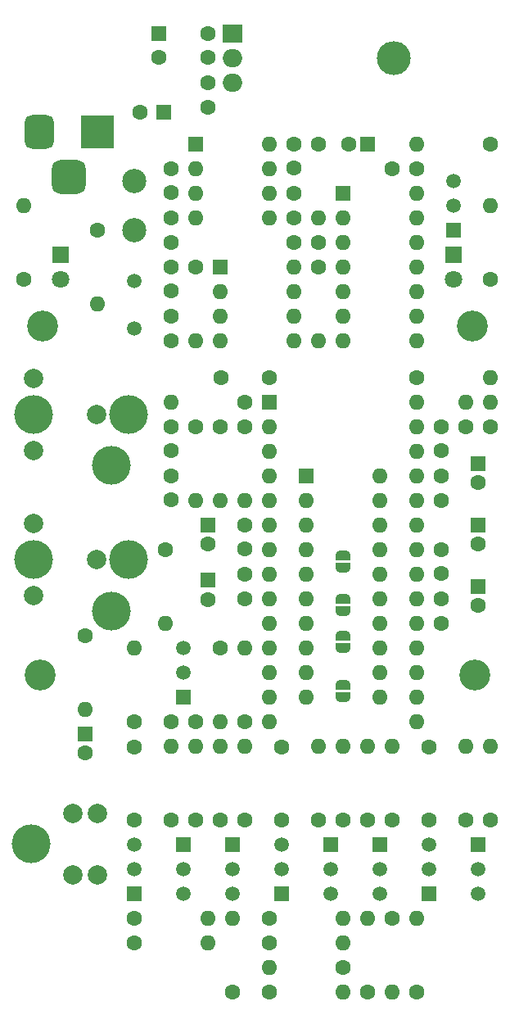
<source format=gbs>
%TF.GenerationSoftware,KiCad,Pcbnew,7.0.6*%
%TF.CreationDate,2024-09-28T11:05:18+02:00*%
%TF.ProjectId,Analog-Video-Comb-Filter,416e616c-6f67-42d5-9669-64656f2d436f,rev?*%
%TF.SameCoordinates,PX71d9820PY9157080*%
%TF.FileFunction,Soldermask,Bot*%
%TF.FilePolarity,Negative*%
%FSLAX46Y46*%
G04 Gerber Fmt 4.6, Leading zero omitted, Abs format (unit mm)*
G04 Created by KiCad (PCBNEW 7.0.6) date 2024-09-28 11:05:18*
%MOMM*%
%LPD*%
G01*
G04 APERTURE LIST*
G04 Aperture macros list*
%AMRoundRect*
0 Rectangle with rounded corners*
0 $1 Rounding radius*
0 $2 $3 $4 $5 $6 $7 $8 $9 X,Y pos of 4 corners*
0 Add a 4 corners polygon primitive as box body*
4,1,4,$2,$3,$4,$5,$6,$7,$8,$9,$2,$3,0*
0 Add four circle primitives for the rounded corners*
1,1,$1+$1,$2,$3*
1,1,$1+$1,$4,$5*
1,1,$1+$1,$6,$7*
1,1,$1+$1,$8,$9*
0 Add four rect primitives between the rounded corners*
20,1,$1+$1,$2,$3,$4,$5,0*
20,1,$1+$1,$4,$5,$6,$7,0*
20,1,$1+$1,$6,$7,$8,$9,0*
20,1,$1+$1,$8,$9,$2,$3,0*%
%AMFreePoly0*
4,1,19,0.500000,-0.750000,0.000000,-0.750000,0.000000,-0.744911,-0.071157,-0.744911,-0.207708,-0.704816,-0.327430,-0.627875,-0.420627,-0.520320,-0.479746,-0.390866,-0.500000,-0.250000,-0.500000,0.250000,-0.479746,0.390866,-0.420627,0.520320,-0.327430,0.627875,-0.207708,0.704816,-0.071157,0.744911,0.000000,0.744911,0.000000,0.750000,0.500000,0.750000,0.500000,-0.750000,0.500000,-0.750000,
$1*%
%AMFreePoly1*
4,1,19,0.000000,0.744911,0.071157,0.744911,0.207708,0.704816,0.327430,0.627875,0.420627,0.520320,0.479746,0.390866,0.500000,0.250000,0.500000,-0.250000,0.479746,-0.390866,0.420627,-0.520320,0.327430,-0.627875,0.207708,-0.704816,0.071157,-0.744911,0.000000,-0.744911,0.000000,-0.750000,-0.500000,-0.750000,-0.500000,0.750000,0.000000,0.750000,0.000000,0.744911,0.000000,0.744911,
$1*%
G04 Aperture macros list end*
%ADD10C,1.600000*%
%ADD11O,1.600000X1.600000*%
%ADD12R,1.600000X1.600000*%
%ADD13R,3.500000X3.500000*%
%ADD14RoundRect,0.750000X-0.750000X-1.000000X0.750000X-1.000000X0.750000X1.000000X-0.750000X1.000000X0*%
%ADD15RoundRect,0.875000X-0.875000X-0.875000X0.875000X-0.875000X0.875000X0.875000X-0.875000X0.875000X0*%
%ADD16C,2.500000*%
%ADD17R,1.500000X1.500000*%
%ADD18C,1.500000*%
%ADD19O,3.500000X3.500000*%
%ADD20R,2.000000X1.905000*%
%ADD21O,2.000000X1.905000*%
%ADD22C,2.000000*%
%ADD23C,4.000000*%
%ADD24C,3.200000*%
%ADD25FreePoly0,90.000000*%
%ADD26FreePoly1,90.000000*%
%ADD27R,1.800000X1.800000*%
%ADD28C,1.800000*%
G04 APERTURE END LIST*
D10*
%TO.C,R3*%
X25400000Y2540000D03*
D11*
X25400000Y10160000D03*
%TD*%
D10*
%TO.C,C7*%
X15240000Y27820000D03*
X15240000Y20320000D03*
%TD*%
D12*
%TO.C,U6*%
X33020000Y55880000D03*
D11*
X33020000Y53340000D03*
X33020000Y50800000D03*
X33020000Y48260000D03*
X33020000Y45720000D03*
X33020000Y43180000D03*
X33020000Y40640000D03*
X33020000Y38100000D03*
X33020000Y35560000D03*
X33020000Y33020000D03*
X40640000Y33020000D03*
X40640000Y35560000D03*
X40640000Y38100000D03*
X40640000Y40640000D03*
X40640000Y43180000D03*
X40640000Y45720000D03*
X40640000Y48260000D03*
X40640000Y50800000D03*
X40640000Y53340000D03*
X40640000Y55880000D03*
%TD*%
D12*
%TO.C,U4*%
X36830000Y85090000D03*
D11*
X36830000Y82550000D03*
X36830000Y80010000D03*
X36830000Y77470000D03*
X36830000Y74930000D03*
X36830000Y72390000D03*
X36830000Y69850000D03*
X44450000Y69850000D03*
X44450000Y72390000D03*
X44450000Y74930000D03*
X44450000Y77470000D03*
X44450000Y80010000D03*
X44450000Y82550000D03*
X44450000Y85090000D03*
%TD*%
D10*
%TO.C,R24*%
X15240000Y7620000D03*
D11*
X22860000Y7620000D03*
%TD*%
D10*
%TO.C,L1*%
X10160000Y39370000D03*
D11*
X10160000Y31750000D03*
%TD*%
D10*
%TO.C,R21*%
X19050000Y20320000D03*
D11*
X19050000Y27940000D03*
%TD*%
D10*
%TO.C,R6*%
X26670000Y20320000D03*
D11*
X26670000Y27940000D03*
%TD*%
D10*
%TO.C,C11*%
X31750000Y90170000D03*
X31750000Y87670000D03*
%TD*%
%TO.C,R1*%
X3810000Y76200000D03*
D11*
X3810000Y83820000D03*
%TD*%
D10*
%TO.C,R5*%
X39370000Y2540000D03*
D11*
X39370000Y10160000D03*
%TD*%
D10*
%TO.C,R19*%
X24130000Y38100000D03*
D11*
X24130000Y30480000D03*
%TD*%
D12*
%TO.C,U2*%
X29210000Y63500000D03*
D11*
X29210000Y60960000D03*
X29210000Y58420000D03*
X29210000Y55880000D03*
X29210000Y53340000D03*
X29210000Y50800000D03*
X29210000Y48260000D03*
X29210000Y45720000D03*
X29210000Y43180000D03*
X29210000Y40640000D03*
X29210000Y38100000D03*
X29210000Y35560000D03*
X29210000Y33020000D03*
X29210000Y30480000D03*
X44450000Y30480000D03*
X44450000Y33020000D03*
X44450000Y35560000D03*
X44450000Y38100000D03*
X44450000Y40640000D03*
X44450000Y43180000D03*
X44450000Y45720000D03*
X44450000Y48260000D03*
X44450000Y50800000D03*
X44450000Y53340000D03*
X44450000Y55880000D03*
X44450000Y58420000D03*
X44450000Y60960000D03*
X44450000Y63500000D03*
%TD*%
D10*
%TO.C,C9*%
X22860000Y93980000D03*
X22860000Y96480000D03*
%TD*%
%TO.C,C24*%
X31750000Y82550000D03*
X31750000Y85050000D03*
%TD*%
D12*
%TO.C,C5*%
X17780000Y101600000D03*
D10*
X17780000Y99100000D03*
%TD*%
%TO.C,C16*%
X19050000Y69850000D03*
X19050000Y72350000D03*
%TD*%
%TO.C,R4*%
X41910000Y20320000D03*
D11*
X41910000Y27940000D03*
%TD*%
D10*
%TO.C,R20*%
X15240000Y30480000D03*
D11*
X15240000Y38100000D03*
%TD*%
D10*
%TO.C,L6*%
X49530000Y60960000D03*
D11*
X49530000Y63500000D03*
%TD*%
D13*
%TO.C,J1*%
X11430000Y91440000D03*
D14*
X5430000Y91440000D03*
D15*
X8430000Y86740000D03*
%TD*%
D16*
%TO.C,C21*%
X15240000Y81280000D03*
X15240000Y86360000D03*
%TD*%
D10*
%TO.C,C18*%
X19050000Y80010000D03*
X19050000Y82510000D03*
%TD*%
%TO.C,C15*%
X29210000Y66040000D03*
X24210000Y66040000D03*
%TD*%
D17*
%TO.C,Q3*%
X45720000Y12700000D03*
D18*
X45720000Y15240000D03*
X45720000Y17780000D03*
%TD*%
D10*
%TO.C,R8*%
X49530000Y20320000D03*
D11*
X49530000Y27940000D03*
%TD*%
D10*
%TO.C,C23*%
X19050000Y85130000D03*
X19050000Y87630000D03*
%TD*%
D12*
%TO.C,C10*%
X39370000Y90170000D03*
D10*
X37370000Y90170000D03*
%TD*%
%TO.C,C3*%
X45720000Y27820000D03*
X45720000Y20320000D03*
%TD*%
D17*
%TO.C,Q2*%
X25400000Y17780000D03*
D18*
X25400000Y15240000D03*
X25400000Y12700000D03*
%TD*%
D10*
%TO.C,C33*%
X46990000Y60960000D03*
X46990000Y58460000D03*
%TD*%
D19*
%TO.C,U1*%
X42060000Y99060000D03*
D20*
X25400000Y101600000D03*
D21*
X25400000Y99060000D03*
X25400000Y96520000D03*
%TD*%
D10*
%TO.C,R9*%
X34290000Y20320000D03*
D11*
X34290000Y27940000D03*
%TD*%
D22*
%TO.C,J3*%
X4805000Y43485000D03*
X11305000Y47230000D03*
X4805000Y50975000D03*
D23*
X14605000Y47230000D03*
X4805000Y47230000D03*
X12805000Y41930000D03*
%TD*%
D17*
%TO.C,Q1*%
X40640000Y17780000D03*
D18*
X40640000Y15240000D03*
X40640000Y12700000D03*
%TD*%
D10*
%TO.C,R13*%
X44450000Y2540000D03*
D11*
X44450000Y10160000D03*
%TD*%
D10*
%TO.C,R27*%
X26670000Y63500000D03*
D11*
X19050000Y63500000D03*
%TD*%
D10*
%TO.C,C2*%
X19050000Y30480000D03*
X21550000Y30480000D03*
%TD*%
D18*
%TO.C,Y1*%
X15240000Y76000000D03*
X15240000Y71120000D03*
%TD*%
D10*
%TO.C,C26*%
X46990000Y48260000D03*
X46990000Y45760000D03*
%TD*%
D17*
%TO.C,Q5*%
X50800000Y17780000D03*
D18*
X50800000Y15240000D03*
X50800000Y12700000D03*
%TD*%
D17*
%TO.C,Q6*%
X35560000Y17780000D03*
D18*
X35560000Y15240000D03*
X35560000Y12700000D03*
%TD*%
D10*
%TO.C,L3*%
X24130000Y60960000D03*
D11*
X24130000Y53340000D03*
%TD*%
D10*
%TO.C,C25*%
X46990000Y40640000D03*
X46990000Y43140000D03*
%TD*%
D12*
%TO.C,U3*%
X24130000Y77470000D03*
D11*
X24130000Y74930000D03*
X24130000Y72390000D03*
X24130000Y69850000D03*
X31750000Y69850000D03*
X31750000Y72390000D03*
X31750000Y74930000D03*
X31750000Y77470000D03*
%TD*%
D10*
%TO.C,C19*%
X19050000Y77470000D03*
X19050000Y74970000D03*
%TD*%
%TO.C,R26*%
X26670000Y60960000D03*
D11*
X26670000Y53340000D03*
%TD*%
D17*
%TO.C,Q4*%
X30480000Y12700000D03*
D18*
X30480000Y15240000D03*
X30480000Y17780000D03*
%TD*%
D10*
%TO.C,R29*%
X34290000Y77470000D03*
D11*
X34290000Y69850000D03*
%TD*%
D10*
%TO.C,L4*%
X52070000Y60960000D03*
D11*
X52070000Y63500000D03*
%TD*%
D10*
%TO.C,C4*%
X30480000Y27820000D03*
X30480000Y20320000D03*
%TD*%
D17*
%TO.C,Q8*%
X15240000Y12700000D03*
D18*
X15240000Y15240000D03*
X15240000Y17780000D03*
%TD*%
D10*
%TO.C,R11*%
X29210000Y10160000D03*
D11*
X36830000Y10160000D03*
%TD*%
D10*
%TO.C,C27*%
X19050000Y53380000D03*
X19050000Y55880000D03*
%TD*%
%TO.C,R23*%
X21590000Y20320000D03*
D11*
X21590000Y27940000D03*
%TD*%
D12*
%TO.C,C1*%
X10160000Y29210000D03*
D10*
X10160000Y27210000D03*
%TD*%
D12*
%TO.C,C22*%
X50800000Y44450000D03*
D10*
X50800000Y42450000D03*
%TD*%
%TO.C,R15*%
X29210000Y7620000D03*
D11*
X36830000Y7620000D03*
%TD*%
D10*
%TO.C,R14*%
X36830000Y20320000D03*
D11*
X36830000Y27940000D03*
%TD*%
D10*
%TO.C,L2*%
X52070000Y90170000D03*
D11*
X44450000Y90170000D03*
%TD*%
D10*
%TO.C,R25*%
X24130000Y20320000D03*
D11*
X24130000Y27940000D03*
%TD*%
D10*
%TO.C,R22*%
X15240000Y10160000D03*
D11*
X22860000Y10160000D03*
%TD*%
D17*
%TO.C,Q7*%
X20320000Y33020000D03*
D18*
X20320000Y35560000D03*
X20320000Y38100000D03*
%TD*%
D22*
%TO.C,J2*%
X8890000Y14605000D03*
X8890000Y21005000D03*
X11430000Y14605000D03*
X11430000Y21005000D03*
D23*
X4590000Y17805000D03*
%TD*%
D10*
%TO.C,R18*%
X18415000Y48260000D03*
D11*
X18415000Y40640000D03*
%TD*%
D12*
%TO.C,U5*%
X21590000Y90170000D03*
D11*
X21590000Y87630000D03*
X21590000Y85090000D03*
X21590000Y82550000D03*
X29210000Y82550000D03*
X29210000Y85090000D03*
X29210000Y87630000D03*
X29210000Y90170000D03*
%TD*%
D10*
%TO.C,C13*%
X31750000Y80010000D03*
X34250000Y80010000D03*
%TD*%
%TO.C,R28*%
X21590000Y77470000D03*
D11*
X21590000Y69850000D03*
%TD*%
D10*
%TO.C,R31*%
X34290000Y90170000D03*
D11*
X34290000Y82550000D03*
%TD*%
D10*
%TO.C,R32*%
X52070000Y76200000D03*
D11*
X52070000Y83820000D03*
%TD*%
D12*
%TO.C,C32*%
X50800000Y57150000D03*
D10*
X50800000Y55150000D03*
%TD*%
D22*
%TO.C,J4*%
X4805000Y58485000D03*
X11305000Y62230000D03*
X4805000Y65975000D03*
D23*
X14605000Y62230000D03*
X4805000Y62230000D03*
X12805000Y56930000D03*
%TD*%
D10*
%TO.C,R10*%
X41910000Y10160000D03*
D11*
X41910000Y2540000D03*
%TD*%
D10*
%TO.C,C28*%
X46990000Y53340000D03*
X46990000Y55840000D03*
%TD*%
%TO.C,R16*%
X26670000Y30480000D03*
D11*
X26670000Y38100000D03*
%TD*%
D10*
%TO.C,C14*%
X41910000Y87630000D03*
X44410000Y87630000D03*
%TD*%
%TO.C,C6*%
X22860000Y101600000D03*
X22860000Y99100000D03*
%TD*%
%TO.C,R17*%
X39370000Y20320000D03*
D11*
X39370000Y27940000D03*
%TD*%
D12*
%TO.C,C30*%
X50800000Y50800000D03*
D10*
X50800000Y48800000D03*
%TD*%
D12*
%TO.C,C8*%
X18288000Y93472000D03*
D10*
X15788000Y93472000D03*
%TD*%
%TO.C,R7*%
X36830000Y5080000D03*
D11*
X29210000Y5080000D03*
%TD*%
D17*
%TO.C,Q9*%
X20320000Y17780000D03*
D18*
X20320000Y15240000D03*
X20320000Y12700000D03*
%TD*%
D10*
%TO.C,R30*%
X44450000Y66040000D03*
D11*
X52070000Y66040000D03*
%TD*%
D10*
%TO.C,R33*%
X11430000Y81280000D03*
D11*
X11430000Y73660000D03*
%TD*%
D24*
%TO.C,N1*%
X5440000Y35290000D03*
X5715000Y71340000D03*
X50165000Y71340000D03*
X50440000Y35290000D03*
%TD*%
D10*
%TO.C,L5*%
X21590000Y60960000D03*
D11*
X21590000Y53340000D03*
%TD*%
D17*
%TO.C,Q10*%
X48260000Y81280000D03*
D18*
X48260000Y83820000D03*
X48260000Y86360000D03*
%TD*%
D10*
%TO.C,C20*%
X26670000Y48300000D03*
X26670000Y50800000D03*
%TD*%
%TO.C,C31*%
X26670000Y45680000D03*
X26670000Y43180000D03*
%TD*%
D12*
%TO.C,C29*%
X22860000Y45085000D03*
D10*
X22860000Y43085000D03*
%TD*%
%TO.C,R2*%
X29210000Y2540000D03*
D11*
X36830000Y2540000D03*
%TD*%
D10*
%TO.C,R12*%
X52070000Y20320000D03*
D11*
X52070000Y27940000D03*
%TD*%
D12*
%TO.C,C17*%
X22860000Y50800000D03*
D10*
X22860000Y48800000D03*
%TD*%
%TO.C,C12*%
X19050000Y60960000D03*
X19050000Y58460000D03*
%TD*%
D25*
%TO.C,JP1*%
X36830000Y46340000D03*
D26*
X36830000Y47640000D03*
%TD*%
D25*
%TO.C,JP4*%
X36830000Y33005000D03*
D26*
X36830000Y34305000D03*
%TD*%
D25*
%TO.C,JP3*%
X36830000Y38085000D03*
D26*
X36830000Y39385000D03*
%TD*%
D27*
%TO.C,D2*%
X48260000Y78740000D03*
D28*
X48260000Y76200000D03*
%TD*%
D25*
%TO.C,JP2*%
X36830000Y41895000D03*
D26*
X36830000Y43195000D03*
%TD*%
D27*
%TO.C,D1*%
X7620000Y78740000D03*
D28*
X7620000Y76200000D03*
%TD*%
M02*

</source>
